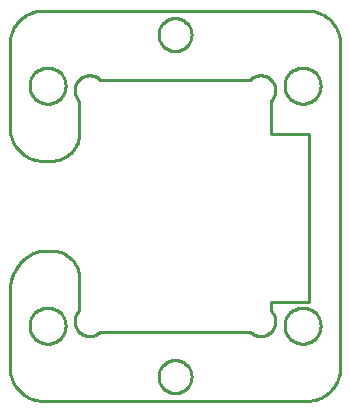
<source format=gko>
G04 EAGLE Gerber RS-274X export*
G75*
%MOMM*%
%FSLAX34Y34*%
%LPD*%
%IN*%
%IPPOS*%
%AMOC8*
5,1,8,0,0,1.08239X$1,22.5*%
G01*
%ADD10C,0.203200*%
%ADD11C,0.000000*%
%ADD12C,0.254000*%


D10*
X12700Y208280D02*
X12481Y208494D01*
X12256Y208702D01*
X12027Y208905D01*
X11793Y209102D01*
X11554Y209294D01*
X11311Y209479D01*
X11063Y209659D01*
X10811Y209833D01*
X10554Y210000D01*
X10294Y210161D01*
X10030Y210316D01*
X9762Y210464D01*
X9490Y210606D01*
X9215Y210741D01*
X8937Y210869D01*
X8656Y210990D01*
X8373Y211105D01*
X8086Y211213D01*
X7797Y211313D01*
X7505Y211407D01*
X7211Y211493D01*
X6916Y211572D01*
X6618Y211644D01*
X6319Y211709D01*
X6018Y211767D01*
X5716Y211817D01*
X5413Y211859D01*
X5109Y211895D01*
X4804Y211923D01*
X4499Y211943D01*
X4193Y211956D01*
X3887Y211962D01*
X3580Y211960D01*
X3274Y211951D01*
X2969Y211934D01*
X2663Y211910D01*
X2359Y211878D01*
X2055Y211839D01*
X1753Y211793D01*
X1451Y211739D01*
X1151Y211678D01*
X853Y211609D01*
X556Y211534D01*
X261Y211451D01*
X-31Y211361D01*
X-322Y211264D01*
X-610Y211160D01*
X-895Y211048D01*
X-1177Y210930D01*
X-1457Y210806D01*
X-1733Y210674D01*
X-2006Y210536D01*
X-2276Y210391D01*
X-2542Y210239D01*
X-2804Y210081D01*
X-3063Y209917D01*
X-3317Y209747D01*
X-3567Y209570D01*
X-3813Y209387D01*
X-4054Y209199D01*
X-4291Y209004D01*
X-4522Y208804D01*
X-4749Y208598D01*
X-4971Y208387D01*
X-5187Y208171D01*
X-5398Y207949D01*
X-5604Y207722D01*
X-5804Y207491D01*
X-5999Y207254D01*
X-6187Y207013D01*
X-6370Y206767D01*
X-6547Y206517D01*
X-6717Y206263D01*
X-6881Y206004D01*
X-7039Y205742D01*
X-7191Y205476D01*
X-7336Y205206D01*
X-7474Y204933D01*
X-7606Y204657D01*
X-7730Y204377D01*
X-7848Y204095D01*
X-7960Y203810D01*
X-8064Y203522D01*
X-8161Y203231D01*
X-8251Y202939D01*
X-8334Y202644D01*
X-8409Y202347D01*
X-8478Y202049D01*
X-8539Y201749D01*
X-8593Y201447D01*
X-8639Y201145D01*
X-8678Y200841D01*
X-8710Y200537D01*
X-8734Y200231D01*
X-8751Y199926D01*
X-8760Y199620D01*
X-8762Y199313D01*
X-8756Y199007D01*
X-8743Y198701D01*
X-8723Y198396D01*
X-8695Y198091D01*
X-8659Y197787D01*
X-8617Y197484D01*
X-8567Y197182D01*
X-8509Y196881D01*
X-8444Y196582D01*
X-8372Y196284D01*
X-8293Y195989D01*
X-8207Y195695D01*
X-8113Y195403D01*
X-8013Y195114D01*
X-7905Y194827D01*
X-7790Y194544D01*
X-7669Y194263D01*
X-7541Y193985D01*
X-7406Y193710D01*
X-7264Y193438D01*
X-7116Y193170D01*
X-6961Y192906D01*
X-6800Y192646D01*
X-6633Y192389D01*
X-6459Y192137D01*
X-6279Y191889D01*
X-6094Y191646D01*
X-5902Y191407D01*
X-5705Y191173D01*
X-5502Y190944D01*
X-5294Y190719D01*
X-5080Y190500D01*
X12700Y208280D02*
X139700Y208280D01*
X139921Y208495D01*
X140147Y208705D01*
X140378Y208910D01*
X140614Y209108D01*
X140855Y209301D01*
X141101Y209488D01*
X141351Y209669D01*
X141605Y209843D01*
X141864Y210011D01*
X142127Y210173D01*
X142393Y210329D01*
X142664Y210478D01*
X142937Y210620D01*
X143215Y210755D01*
X143495Y210883D01*
X143779Y211005D01*
X144065Y211120D01*
X144355Y211227D01*
X144646Y211327D01*
X144941Y211421D01*
X145237Y211507D01*
X145535Y211585D01*
X145835Y211657D01*
X146137Y211720D01*
X146441Y211777D01*
X146745Y211826D01*
X147051Y211867D01*
X147358Y211901D01*
X147665Y211928D01*
X147973Y211947D01*
X148281Y211958D01*
X148590Y211962D01*
X148899Y211958D01*
X149207Y211947D01*
X149515Y211928D01*
X149822Y211901D01*
X150129Y211867D01*
X150435Y211826D01*
X150739Y211777D01*
X151043Y211720D01*
X151345Y211657D01*
X151645Y211585D01*
X151943Y211507D01*
X152239Y211421D01*
X152534Y211327D01*
X152825Y211227D01*
X153115Y211120D01*
X153401Y211005D01*
X153685Y210883D01*
X153965Y210755D01*
X154243Y210620D01*
X154516Y210478D01*
X154787Y210329D01*
X155053Y210173D01*
X155316Y210011D01*
X155575Y209843D01*
X155829Y209669D01*
X156079Y209488D01*
X156325Y209301D01*
X156566Y209108D01*
X156802Y208910D01*
X157033Y208705D01*
X157259Y208495D01*
X157480Y208280D01*
X157695Y208059D01*
X157905Y207833D01*
X158110Y207602D01*
X158308Y207366D01*
X158501Y207125D01*
X158688Y206879D01*
X158869Y206629D01*
X159043Y206375D01*
X159211Y206116D01*
X159373Y205853D01*
X159529Y205587D01*
X159678Y205316D01*
X159820Y205043D01*
X159955Y204765D01*
X160083Y204485D01*
X160205Y204201D01*
X160320Y203915D01*
X160427Y203625D01*
X160527Y203334D01*
X160621Y203039D01*
X160707Y202743D01*
X160785Y202445D01*
X160857Y202145D01*
X160920Y201843D01*
X160977Y201539D01*
X161026Y201235D01*
X161067Y200929D01*
X161101Y200622D01*
X161128Y200315D01*
X161147Y200007D01*
X161158Y199699D01*
X161162Y199390D01*
X161158Y199081D01*
X161147Y198773D01*
X161128Y198465D01*
X161101Y198158D01*
X161067Y197851D01*
X161026Y197545D01*
X160977Y197241D01*
X160920Y196937D01*
X160857Y196635D01*
X160785Y196335D01*
X160707Y196037D01*
X160621Y195741D01*
X160527Y195446D01*
X160427Y195155D01*
X160320Y194865D01*
X160205Y194579D01*
X160083Y194295D01*
X159955Y194015D01*
X159820Y193737D01*
X159678Y193464D01*
X159529Y193193D01*
X159373Y192927D01*
X159211Y192664D01*
X159043Y192405D01*
X158869Y192151D01*
X158688Y191901D01*
X158501Y191655D01*
X158308Y191414D01*
X158110Y191178D01*
X157905Y190947D01*
X157695Y190721D01*
X157480Y190500D01*
X157480Y162560D01*
X189230Y162560D01*
X189230Y20320D01*
X157480Y20320D01*
X157480Y12700D01*
X157694Y12481D01*
X157902Y12256D01*
X158105Y12027D01*
X158302Y11793D01*
X158494Y11554D01*
X158679Y11311D01*
X158859Y11063D01*
X159033Y10811D01*
X159200Y10554D01*
X159361Y10294D01*
X159516Y10030D01*
X159664Y9762D01*
X159806Y9490D01*
X159941Y9215D01*
X160069Y8937D01*
X160190Y8656D01*
X160305Y8373D01*
X160413Y8086D01*
X160513Y7797D01*
X160607Y7505D01*
X160693Y7211D01*
X160772Y6916D01*
X160844Y6618D01*
X160909Y6319D01*
X160967Y6018D01*
X161017Y5716D01*
X161059Y5413D01*
X161095Y5109D01*
X161123Y4804D01*
X161143Y4499D01*
X161156Y4193D01*
X161162Y3887D01*
X161160Y3580D01*
X161151Y3274D01*
X161134Y2969D01*
X161110Y2663D01*
X161078Y2359D01*
X161039Y2055D01*
X160993Y1753D01*
X160939Y1451D01*
X160878Y1151D01*
X160809Y853D01*
X160734Y556D01*
X160651Y261D01*
X160561Y-31D01*
X160464Y-322D01*
X160360Y-610D01*
X160248Y-895D01*
X160130Y-1177D01*
X160006Y-1457D01*
X159874Y-1733D01*
X159736Y-2006D01*
X159591Y-2276D01*
X159439Y-2542D01*
X159281Y-2804D01*
X159117Y-3063D01*
X158947Y-3317D01*
X158770Y-3567D01*
X158587Y-3813D01*
X158399Y-4054D01*
X158204Y-4291D01*
X158004Y-4522D01*
X157798Y-4749D01*
X157587Y-4971D01*
X157371Y-5187D01*
X157149Y-5398D01*
X156922Y-5604D01*
X156691Y-5804D01*
X156454Y-5999D01*
X156213Y-6187D01*
X155967Y-6370D01*
X155717Y-6547D01*
X155463Y-6717D01*
X155204Y-6881D01*
X154942Y-7039D01*
X154676Y-7191D01*
X154406Y-7336D01*
X154133Y-7474D01*
X153857Y-7606D01*
X153577Y-7730D01*
X153295Y-7848D01*
X153010Y-7960D01*
X152722Y-8064D01*
X152431Y-8161D01*
X152139Y-8251D01*
X151844Y-8334D01*
X151547Y-8409D01*
X151249Y-8478D01*
X150949Y-8539D01*
X150647Y-8593D01*
X150345Y-8639D01*
X150041Y-8678D01*
X149737Y-8710D01*
X149431Y-8734D01*
X149126Y-8751D01*
X148820Y-8760D01*
X148513Y-8762D01*
X148207Y-8756D01*
X147901Y-8743D01*
X147596Y-8723D01*
X147291Y-8695D01*
X146987Y-8659D01*
X146684Y-8617D01*
X146382Y-8567D01*
X146081Y-8509D01*
X145782Y-8444D01*
X145484Y-8372D01*
X145189Y-8293D01*
X144895Y-8207D01*
X144603Y-8113D01*
X144314Y-8013D01*
X144027Y-7905D01*
X143744Y-7790D01*
X143463Y-7669D01*
X143185Y-7541D01*
X142910Y-7406D01*
X142638Y-7264D01*
X142370Y-7116D01*
X142106Y-6961D01*
X141846Y-6800D01*
X141589Y-6633D01*
X141337Y-6459D01*
X141089Y-6279D01*
X140846Y-6094D01*
X140607Y-5902D01*
X140373Y-5705D01*
X140144Y-5502D01*
X139919Y-5294D01*
X139700Y-5080D01*
X12700Y-5080D01*
X12481Y-5294D01*
X12256Y-5502D01*
X12027Y-5705D01*
X11793Y-5902D01*
X11554Y-6094D01*
X11311Y-6279D01*
X11063Y-6459D01*
X10811Y-6633D01*
X10554Y-6800D01*
X10294Y-6961D01*
X10030Y-7116D01*
X9762Y-7264D01*
X9490Y-7406D01*
X9215Y-7541D01*
X8937Y-7669D01*
X8656Y-7790D01*
X8373Y-7905D01*
X8086Y-8013D01*
X7797Y-8113D01*
X7505Y-8207D01*
X7211Y-8293D01*
X6916Y-8372D01*
X6618Y-8444D01*
X6319Y-8509D01*
X6018Y-8567D01*
X5716Y-8617D01*
X5413Y-8659D01*
X5109Y-8695D01*
X4804Y-8723D01*
X4499Y-8743D01*
X4193Y-8756D01*
X3887Y-8762D01*
X3580Y-8760D01*
X3274Y-8751D01*
X2969Y-8734D01*
X2663Y-8710D01*
X2359Y-8678D01*
X2055Y-8639D01*
X1753Y-8593D01*
X1451Y-8539D01*
X1151Y-8478D01*
X853Y-8409D01*
X556Y-8334D01*
X261Y-8251D01*
X-31Y-8161D01*
X-322Y-8064D01*
X-610Y-7960D01*
X-895Y-7848D01*
X-1177Y-7730D01*
X-1457Y-7606D01*
X-1733Y-7474D01*
X-2006Y-7336D01*
X-2276Y-7191D01*
X-2542Y-7039D01*
X-2804Y-6881D01*
X-3063Y-6717D01*
X-3317Y-6547D01*
X-3567Y-6370D01*
X-3813Y-6187D01*
X-4054Y-5999D01*
X-4291Y-5804D01*
X-4522Y-5604D01*
X-4749Y-5398D01*
X-4971Y-5187D01*
X-5187Y-4971D01*
X-5398Y-4749D01*
X-5604Y-4522D01*
X-5804Y-4291D01*
X-5999Y-4054D01*
X-6187Y-3813D01*
X-6370Y-3567D01*
X-6547Y-3317D01*
X-6717Y-3063D01*
X-6881Y-2804D01*
X-7039Y-2542D01*
X-7191Y-2276D01*
X-7336Y-2006D01*
X-7474Y-1733D01*
X-7606Y-1457D01*
X-7730Y-1177D01*
X-7848Y-895D01*
X-7960Y-610D01*
X-8064Y-322D01*
X-8161Y-31D01*
X-8251Y261D01*
X-8334Y556D01*
X-8409Y853D01*
X-8478Y1151D01*
X-8539Y1451D01*
X-8593Y1753D01*
X-8639Y2055D01*
X-8678Y2359D01*
X-8710Y2663D01*
X-8734Y2969D01*
X-8751Y3274D01*
X-8760Y3580D01*
X-8762Y3887D01*
X-8756Y4193D01*
X-8743Y4499D01*
X-8723Y4804D01*
X-8695Y5109D01*
X-8659Y5413D01*
X-8617Y5716D01*
X-8567Y6018D01*
X-8509Y6319D01*
X-8444Y6618D01*
X-8372Y6916D01*
X-8293Y7211D01*
X-8207Y7505D01*
X-8113Y7797D01*
X-8013Y8086D01*
X-7905Y8373D01*
X-7790Y8656D01*
X-7669Y8937D01*
X-7541Y9215D01*
X-7406Y9490D01*
X-7264Y9762D01*
X-7116Y10030D01*
X-6961Y10294D01*
X-6800Y10554D01*
X-6633Y10811D01*
X-6459Y11063D01*
X-6279Y11311D01*
X-6094Y11554D01*
X-5902Y11793D01*
X-5705Y12027D01*
X-5502Y12256D01*
X-5294Y12481D01*
X-5080Y12700D01*
X-5080Y38100D01*
X-5038Y38666D01*
X-5009Y39234D01*
X-4993Y39802D01*
X-4992Y40370D01*
X-5005Y40939D01*
X-5031Y41506D01*
X-5071Y42073D01*
X-5124Y42639D01*
X-5192Y43203D01*
X-5273Y43766D01*
X-5367Y44326D01*
X-5475Y44884D01*
X-5597Y45439D01*
X-5732Y45991D01*
X-5881Y46540D01*
X-6042Y47085D01*
X-6217Y47626D01*
X-6405Y48162D01*
X-6606Y48694D01*
X-6819Y49220D01*
X-7046Y49742D01*
X-7285Y50257D01*
X-7536Y50767D01*
X-7800Y51270D01*
X-8076Y51767D01*
X-8363Y52258D01*
X-8663Y52741D01*
X-8974Y53216D01*
X-9297Y53684D01*
X-9630Y54144D01*
X-9975Y54596D01*
X-10331Y55039D01*
X-10697Y55473D01*
X-11074Y55899D01*
X-11461Y56315D01*
X-11858Y56722D01*
X-12265Y57119D01*
X-12681Y57506D01*
X-13107Y57883D01*
X-13541Y58249D01*
X-13984Y58605D01*
X-14436Y58950D01*
X-14896Y59283D01*
X-15364Y59606D01*
X-15839Y59917D01*
X-16322Y60217D01*
X-16813Y60504D01*
X-17310Y60780D01*
X-17813Y61044D01*
X-18323Y61295D01*
X-18838Y61534D01*
X-19360Y61761D01*
X-19886Y61974D01*
X-20418Y62175D01*
X-20954Y62363D01*
X-21495Y62538D01*
X-22040Y62699D01*
X-22589Y62848D01*
X-23141Y62983D01*
X-23696Y63105D01*
X-24254Y63213D01*
X-24814Y63307D01*
X-25377Y63388D01*
X-25941Y63456D01*
X-26507Y63509D01*
X-27074Y63549D01*
X-27641Y63575D01*
X-28210Y63588D01*
X-28778Y63587D01*
X-29346Y63571D01*
X-29914Y63542D01*
X-30480Y63500D01*
X-38100Y63500D01*
X-38100Y63501D02*
X-38934Y63245D01*
X-39762Y62970D01*
X-40583Y62674D01*
X-41396Y62358D01*
X-42202Y62022D01*
X-42999Y61667D01*
X-43786Y61292D01*
X-44565Y60899D01*
X-45334Y60486D01*
X-46092Y60054D01*
X-46839Y59604D01*
X-47576Y59136D01*
X-48300Y58650D01*
X-49013Y58146D01*
X-49713Y57625D01*
X-50400Y57087D01*
X-51073Y56533D01*
X-51733Y55962D01*
X-52378Y55375D01*
X-53009Y54772D01*
X-53626Y54155D01*
X-54226Y53522D01*
X-54811Y52875D01*
X-55380Y52213D01*
X-55933Y51538D01*
X-56469Y50850D01*
X-56988Y50148D01*
X-57490Y49434D01*
X-57974Y48708D01*
X-58440Y47971D01*
X-58887Y47222D01*
X-59317Y46462D01*
X-59727Y45693D01*
X-60119Y44913D01*
X-60492Y44124D01*
X-60845Y43326D01*
X-61178Y42520D01*
X-61491Y41706D01*
X-61785Y40884D01*
X-62058Y40055D01*
X-62311Y39220D01*
X-62543Y38379D01*
X-62755Y37533D01*
X-62946Y36681D01*
X-63116Y35826D01*
X-63265Y34966D01*
X-63393Y34103D01*
X-63499Y33237D01*
X-63585Y32369D01*
X-63649Y31499D01*
X-63692Y30627D01*
X-63713Y29755D01*
X-63713Y28882D01*
X-63692Y28010D01*
X-63649Y27139D01*
X-63585Y26269D01*
X-63500Y25400D01*
X-63500Y-38100D01*
X-63501Y-38100D02*
X-63433Y-38781D01*
X-63348Y-39461D01*
X-63247Y-40137D01*
X-63129Y-40812D01*
X-62995Y-41483D01*
X-62844Y-42150D01*
X-62677Y-42814D01*
X-62494Y-43474D01*
X-62294Y-44128D01*
X-62079Y-44778D01*
X-61848Y-45422D01*
X-61601Y-46061D01*
X-61339Y-46693D01*
X-61061Y-47318D01*
X-60768Y-47937D01*
X-60460Y-48548D01*
X-60137Y-49152D01*
X-59799Y-49747D01*
X-59447Y-50334D01*
X-59080Y-50912D01*
X-58700Y-51481D01*
X-58306Y-52040D01*
X-57898Y-52590D01*
X-57477Y-53130D01*
X-57042Y-53659D01*
X-56595Y-54177D01*
X-56135Y-54684D01*
X-55663Y-55180D01*
X-55180Y-55663D01*
X-54684Y-56135D01*
X-54177Y-56595D01*
X-53659Y-57042D01*
X-53130Y-57477D01*
X-52590Y-57898D01*
X-52040Y-58306D01*
X-51481Y-58700D01*
X-50912Y-59080D01*
X-50334Y-59447D01*
X-49747Y-59799D01*
X-49152Y-60137D01*
X-48548Y-60460D01*
X-47937Y-60768D01*
X-47318Y-61061D01*
X-46693Y-61339D01*
X-46061Y-61601D01*
X-45422Y-61848D01*
X-44778Y-62079D01*
X-44128Y-62294D01*
X-43474Y-62494D01*
X-42814Y-62677D01*
X-42150Y-62844D01*
X-41483Y-62995D01*
X-40812Y-63129D01*
X-40137Y-63247D01*
X-39461Y-63348D01*
X-38781Y-63433D01*
X-38100Y-63501D01*
X-38100Y-63500D02*
X190500Y-63500D01*
X190500Y-63501D02*
X191181Y-63433D01*
X191861Y-63348D01*
X192537Y-63247D01*
X193212Y-63129D01*
X193883Y-62995D01*
X194550Y-62844D01*
X195214Y-62677D01*
X195874Y-62494D01*
X196528Y-62294D01*
X197178Y-62079D01*
X197822Y-61848D01*
X198461Y-61601D01*
X199093Y-61339D01*
X199718Y-61061D01*
X200337Y-60768D01*
X200948Y-60460D01*
X201552Y-60137D01*
X202147Y-59799D01*
X202734Y-59447D01*
X203312Y-59080D01*
X203881Y-58700D01*
X204440Y-58306D01*
X204990Y-57898D01*
X205530Y-57477D01*
X206059Y-57042D01*
X206577Y-56595D01*
X207084Y-56135D01*
X207580Y-55663D01*
X208063Y-55180D01*
X208535Y-54684D01*
X208995Y-54177D01*
X209442Y-53659D01*
X209877Y-53130D01*
X210298Y-52590D01*
X210706Y-52040D01*
X211100Y-51481D01*
X211480Y-50912D01*
X211847Y-50334D01*
X212199Y-49747D01*
X212537Y-49152D01*
X212860Y-48548D01*
X213168Y-47937D01*
X213461Y-47318D01*
X213739Y-46693D01*
X214001Y-46061D01*
X214248Y-45422D01*
X214479Y-44778D01*
X214694Y-44128D01*
X214894Y-43474D01*
X215077Y-42814D01*
X215244Y-42150D01*
X215395Y-41483D01*
X215529Y-40812D01*
X215647Y-40137D01*
X215748Y-39461D01*
X215833Y-38781D01*
X215901Y-38100D01*
X215900Y-38100D02*
X215900Y241300D01*
X215901Y241300D02*
X215833Y241981D01*
X215748Y242661D01*
X215647Y243337D01*
X215529Y244012D01*
X215395Y244683D01*
X215244Y245350D01*
X215077Y246014D01*
X214894Y246674D01*
X214694Y247328D01*
X214479Y247978D01*
X214248Y248622D01*
X214001Y249261D01*
X213739Y249893D01*
X213461Y250518D01*
X213168Y251137D01*
X212860Y251748D01*
X212537Y252352D01*
X212199Y252947D01*
X211847Y253534D01*
X211480Y254112D01*
X211100Y254681D01*
X210706Y255240D01*
X210298Y255790D01*
X209877Y256330D01*
X209442Y256859D01*
X208995Y257377D01*
X208535Y257884D01*
X208063Y258380D01*
X207580Y258863D01*
X207084Y259335D01*
X206577Y259795D01*
X206059Y260242D01*
X205530Y260677D01*
X204990Y261098D01*
X204440Y261506D01*
X203881Y261900D01*
X203312Y262280D01*
X202734Y262647D01*
X202147Y262999D01*
X201552Y263337D01*
X200948Y263660D01*
X200337Y263968D01*
X199718Y264261D01*
X199093Y264539D01*
X198461Y264801D01*
X197822Y265048D01*
X197178Y265279D01*
X196528Y265494D01*
X195874Y265694D01*
X195214Y265877D01*
X194550Y266044D01*
X193883Y266195D01*
X193212Y266329D01*
X192537Y266447D01*
X191861Y266548D01*
X191181Y266633D01*
X190500Y266701D01*
X190500Y266700D02*
X-38100Y266700D01*
X-38100Y266701D02*
X-38781Y266633D01*
X-39461Y266548D01*
X-40137Y266447D01*
X-40812Y266329D01*
X-41483Y266195D01*
X-42150Y266044D01*
X-42814Y265877D01*
X-43474Y265694D01*
X-44128Y265494D01*
X-44778Y265279D01*
X-45422Y265048D01*
X-46061Y264801D01*
X-46693Y264539D01*
X-47318Y264261D01*
X-47937Y263968D01*
X-48548Y263660D01*
X-49152Y263337D01*
X-49747Y262999D01*
X-50334Y262647D01*
X-50912Y262280D01*
X-51481Y261900D01*
X-52040Y261506D01*
X-52590Y261098D01*
X-53130Y260677D01*
X-53659Y260242D01*
X-54177Y259795D01*
X-54684Y259335D01*
X-55180Y258863D01*
X-55663Y258380D01*
X-56135Y257884D01*
X-56595Y257377D01*
X-57042Y256859D01*
X-57477Y256330D01*
X-57898Y255790D01*
X-58306Y255240D01*
X-58700Y254681D01*
X-59080Y254112D01*
X-59447Y253534D01*
X-59799Y252947D01*
X-60137Y252352D01*
X-60460Y251748D01*
X-60768Y251137D01*
X-61061Y250518D01*
X-61339Y249893D01*
X-61601Y249261D01*
X-61848Y248622D01*
X-62079Y247978D01*
X-62294Y247328D01*
X-62494Y246674D01*
X-62677Y246014D01*
X-62844Y245350D01*
X-62995Y244683D01*
X-63129Y244012D01*
X-63247Y243337D01*
X-63348Y242661D01*
X-63433Y241981D01*
X-63501Y241300D01*
X-63500Y241300D02*
X-63500Y165100D01*
X-63501Y165100D02*
X-63433Y164419D01*
X-63348Y163739D01*
X-63247Y163063D01*
X-63129Y162388D01*
X-62995Y161717D01*
X-62844Y161050D01*
X-62677Y160386D01*
X-62494Y159726D01*
X-62294Y159072D01*
X-62079Y158422D01*
X-61848Y157778D01*
X-61601Y157139D01*
X-61339Y156507D01*
X-61061Y155882D01*
X-60768Y155263D01*
X-60460Y154652D01*
X-60137Y154048D01*
X-59799Y153453D01*
X-59447Y152866D01*
X-59080Y152288D01*
X-58700Y151719D01*
X-58306Y151160D01*
X-57898Y150610D01*
X-57477Y150070D01*
X-57042Y149541D01*
X-56595Y149023D01*
X-56135Y148516D01*
X-55663Y148020D01*
X-55180Y147537D01*
X-54684Y147065D01*
X-54177Y146605D01*
X-53659Y146158D01*
X-53130Y145723D01*
X-52590Y145302D01*
X-52040Y144894D01*
X-51481Y144500D01*
X-50912Y144120D01*
X-50334Y143753D01*
X-49747Y143401D01*
X-49152Y143063D01*
X-48548Y142740D01*
X-47937Y142432D01*
X-47318Y142139D01*
X-46693Y141861D01*
X-46061Y141599D01*
X-45422Y141352D01*
X-44778Y141121D01*
X-44128Y140906D01*
X-43474Y140706D01*
X-42814Y140523D01*
X-42150Y140356D01*
X-41483Y140205D01*
X-40812Y140071D01*
X-40137Y139953D01*
X-39461Y139852D01*
X-38781Y139767D01*
X-38100Y139699D01*
X-38100Y139700D02*
X-30480Y139700D01*
X-29914Y139658D01*
X-29346Y139629D01*
X-28778Y139613D01*
X-28210Y139612D01*
X-27641Y139625D01*
X-27074Y139651D01*
X-26507Y139691D01*
X-25941Y139744D01*
X-25377Y139812D01*
X-24814Y139893D01*
X-24254Y139987D01*
X-23696Y140095D01*
X-23141Y140217D01*
X-22589Y140352D01*
X-22040Y140501D01*
X-21495Y140662D01*
X-20954Y140837D01*
X-20418Y141025D01*
X-19886Y141226D01*
X-19360Y141439D01*
X-18838Y141666D01*
X-18323Y141905D01*
X-17813Y142156D01*
X-17310Y142420D01*
X-16813Y142696D01*
X-16322Y142983D01*
X-15839Y143283D01*
X-15364Y143594D01*
X-14896Y143917D01*
X-14436Y144250D01*
X-13984Y144595D01*
X-13541Y144951D01*
X-13107Y145317D01*
X-12681Y145694D01*
X-12265Y146081D01*
X-11858Y146478D01*
X-11461Y146885D01*
X-11074Y147301D01*
X-10697Y147727D01*
X-10331Y148161D01*
X-9975Y148604D01*
X-9630Y149056D01*
X-9297Y149516D01*
X-8974Y149984D01*
X-8663Y150459D01*
X-8363Y150942D01*
X-8076Y151433D01*
X-7800Y151930D01*
X-7536Y152433D01*
X-7285Y152943D01*
X-7046Y153458D01*
X-6819Y153980D01*
X-6606Y154506D01*
X-6405Y155038D01*
X-6217Y155574D01*
X-6042Y156115D01*
X-5881Y156660D01*
X-5732Y157209D01*
X-5597Y157761D01*
X-5475Y158316D01*
X-5367Y158874D01*
X-5273Y159434D01*
X-5192Y159997D01*
X-5124Y160561D01*
X-5071Y161127D01*
X-5031Y161694D01*
X-5005Y162261D01*
X-4992Y162830D01*
X-4993Y163398D01*
X-5009Y163966D01*
X-5038Y164534D01*
X-5080Y165100D01*
X-5080Y190500D01*
D11*
X-46990Y0D02*
X-46985Y374D01*
X-46972Y748D01*
X-46949Y1121D01*
X-46917Y1494D01*
X-46875Y1866D01*
X-46825Y2236D01*
X-46766Y2605D01*
X-46697Y2973D01*
X-46620Y3339D01*
X-46533Y3703D01*
X-46438Y4065D01*
X-46334Y4424D01*
X-46221Y4781D01*
X-46099Y5134D01*
X-45969Y5485D01*
X-45830Y5832D01*
X-45683Y6176D01*
X-45527Y6516D01*
X-45363Y6852D01*
X-45190Y7184D01*
X-45010Y7512D01*
X-44822Y7835D01*
X-44626Y8153D01*
X-44422Y8467D01*
X-44210Y8775D01*
X-43991Y9078D01*
X-43764Y9376D01*
X-43531Y9668D01*
X-43290Y9954D01*
X-43042Y10235D01*
X-42788Y10509D01*
X-42526Y10776D01*
X-42259Y11038D01*
X-41985Y11292D01*
X-41704Y11540D01*
X-41418Y11781D01*
X-41126Y12014D01*
X-40828Y12241D01*
X-40525Y12460D01*
X-40217Y12672D01*
X-39903Y12876D01*
X-39585Y13072D01*
X-39262Y13260D01*
X-38934Y13440D01*
X-38602Y13613D01*
X-38266Y13777D01*
X-37926Y13933D01*
X-37582Y14080D01*
X-37235Y14219D01*
X-36884Y14349D01*
X-36531Y14471D01*
X-36174Y14584D01*
X-35815Y14688D01*
X-35453Y14783D01*
X-35089Y14870D01*
X-34723Y14947D01*
X-34355Y15016D01*
X-33986Y15075D01*
X-33616Y15125D01*
X-33244Y15167D01*
X-32871Y15199D01*
X-32498Y15222D01*
X-32124Y15235D01*
X-31750Y15240D01*
X-31376Y15235D01*
X-31002Y15222D01*
X-30629Y15199D01*
X-30256Y15167D01*
X-29884Y15125D01*
X-29514Y15075D01*
X-29145Y15016D01*
X-28777Y14947D01*
X-28411Y14870D01*
X-28047Y14783D01*
X-27685Y14688D01*
X-27326Y14584D01*
X-26969Y14471D01*
X-26616Y14349D01*
X-26265Y14219D01*
X-25918Y14080D01*
X-25574Y13933D01*
X-25234Y13777D01*
X-24898Y13613D01*
X-24566Y13440D01*
X-24238Y13260D01*
X-23915Y13072D01*
X-23597Y12876D01*
X-23283Y12672D01*
X-22975Y12460D01*
X-22672Y12241D01*
X-22374Y12014D01*
X-22082Y11781D01*
X-21796Y11540D01*
X-21515Y11292D01*
X-21241Y11038D01*
X-20974Y10776D01*
X-20712Y10509D01*
X-20458Y10235D01*
X-20210Y9954D01*
X-19969Y9668D01*
X-19736Y9376D01*
X-19509Y9078D01*
X-19290Y8775D01*
X-19078Y8467D01*
X-18874Y8153D01*
X-18678Y7835D01*
X-18490Y7512D01*
X-18310Y7184D01*
X-18137Y6852D01*
X-17973Y6516D01*
X-17817Y6176D01*
X-17670Y5832D01*
X-17531Y5485D01*
X-17401Y5134D01*
X-17279Y4781D01*
X-17166Y4424D01*
X-17062Y4065D01*
X-16967Y3703D01*
X-16880Y3339D01*
X-16803Y2973D01*
X-16734Y2605D01*
X-16675Y2236D01*
X-16625Y1866D01*
X-16583Y1494D01*
X-16551Y1121D01*
X-16528Y748D01*
X-16515Y374D01*
X-16510Y0D01*
X-16515Y-374D01*
X-16528Y-748D01*
X-16551Y-1121D01*
X-16583Y-1494D01*
X-16625Y-1866D01*
X-16675Y-2236D01*
X-16734Y-2605D01*
X-16803Y-2973D01*
X-16880Y-3339D01*
X-16967Y-3703D01*
X-17062Y-4065D01*
X-17166Y-4424D01*
X-17279Y-4781D01*
X-17401Y-5134D01*
X-17531Y-5485D01*
X-17670Y-5832D01*
X-17817Y-6176D01*
X-17973Y-6516D01*
X-18137Y-6852D01*
X-18310Y-7184D01*
X-18490Y-7512D01*
X-18678Y-7835D01*
X-18874Y-8153D01*
X-19078Y-8467D01*
X-19290Y-8775D01*
X-19509Y-9078D01*
X-19736Y-9376D01*
X-19969Y-9668D01*
X-20210Y-9954D01*
X-20458Y-10235D01*
X-20712Y-10509D01*
X-20974Y-10776D01*
X-21241Y-11038D01*
X-21515Y-11292D01*
X-21796Y-11540D01*
X-22082Y-11781D01*
X-22374Y-12014D01*
X-22672Y-12241D01*
X-22975Y-12460D01*
X-23283Y-12672D01*
X-23597Y-12876D01*
X-23915Y-13072D01*
X-24238Y-13260D01*
X-24566Y-13440D01*
X-24898Y-13613D01*
X-25234Y-13777D01*
X-25574Y-13933D01*
X-25918Y-14080D01*
X-26265Y-14219D01*
X-26616Y-14349D01*
X-26969Y-14471D01*
X-27326Y-14584D01*
X-27685Y-14688D01*
X-28047Y-14783D01*
X-28411Y-14870D01*
X-28777Y-14947D01*
X-29145Y-15016D01*
X-29514Y-15075D01*
X-29884Y-15125D01*
X-30256Y-15167D01*
X-30629Y-15199D01*
X-31002Y-15222D01*
X-31376Y-15235D01*
X-31750Y-15240D01*
X-32124Y-15235D01*
X-32498Y-15222D01*
X-32871Y-15199D01*
X-33244Y-15167D01*
X-33616Y-15125D01*
X-33986Y-15075D01*
X-34355Y-15016D01*
X-34723Y-14947D01*
X-35089Y-14870D01*
X-35453Y-14783D01*
X-35815Y-14688D01*
X-36174Y-14584D01*
X-36531Y-14471D01*
X-36884Y-14349D01*
X-37235Y-14219D01*
X-37582Y-14080D01*
X-37926Y-13933D01*
X-38266Y-13777D01*
X-38602Y-13613D01*
X-38934Y-13440D01*
X-39262Y-13260D01*
X-39585Y-13072D01*
X-39903Y-12876D01*
X-40217Y-12672D01*
X-40525Y-12460D01*
X-40828Y-12241D01*
X-41126Y-12014D01*
X-41418Y-11781D01*
X-41704Y-11540D01*
X-41985Y-11292D01*
X-42259Y-11038D01*
X-42526Y-10776D01*
X-42788Y-10509D01*
X-43042Y-10235D01*
X-43290Y-9954D01*
X-43531Y-9668D01*
X-43764Y-9376D01*
X-43991Y-9078D01*
X-44210Y-8775D01*
X-44422Y-8467D01*
X-44626Y-8153D01*
X-44822Y-7835D01*
X-45010Y-7512D01*
X-45190Y-7184D01*
X-45363Y-6852D01*
X-45527Y-6516D01*
X-45683Y-6176D01*
X-45830Y-5832D01*
X-45969Y-5485D01*
X-46099Y-5134D01*
X-46221Y-4781D01*
X-46334Y-4424D01*
X-46438Y-4065D01*
X-46533Y-3703D01*
X-46620Y-3339D01*
X-46697Y-2973D01*
X-46766Y-2605D01*
X-46825Y-2236D01*
X-46875Y-1866D01*
X-46917Y-1494D01*
X-46949Y-1121D01*
X-46972Y-748D01*
X-46985Y-374D01*
X-46990Y0D01*
X-46990Y203200D02*
X-46985Y203574D01*
X-46972Y203948D01*
X-46949Y204321D01*
X-46917Y204694D01*
X-46875Y205066D01*
X-46825Y205436D01*
X-46766Y205805D01*
X-46697Y206173D01*
X-46620Y206539D01*
X-46533Y206903D01*
X-46438Y207265D01*
X-46334Y207624D01*
X-46221Y207981D01*
X-46099Y208334D01*
X-45969Y208685D01*
X-45830Y209032D01*
X-45683Y209376D01*
X-45527Y209716D01*
X-45363Y210052D01*
X-45190Y210384D01*
X-45010Y210712D01*
X-44822Y211035D01*
X-44626Y211353D01*
X-44422Y211667D01*
X-44210Y211975D01*
X-43991Y212278D01*
X-43764Y212576D01*
X-43531Y212868D01*
X-43290Y213154D01*
X-43042Y213435D01*
X-42788Y213709D01*
X-42526Y213976D01*
X-42259Y214238D01*
X-41985Y214492D01*
X-41704Y214740D01*
X-41418Y214981D01*
X-41126Y215214D01*
X-40828Y215441D01*
X-40525Y215660D01*
X-40217Y215872D01*
X-39903Y216076D01*
X-39585Y216272D01*
X-39262Y216460D01*
X-38934Y216640D01*
X-38602Y216813D01*
X-38266Y216977D01*
X-37926Y217133D01*
X-37582Y217280D01*
X-37235Y217419D01*
X-36884Y217549D01*
X-36531Y217671D01*
X-36174Y217784D01*
X-35815Y217888D01*
X-35453Y217983D01*
X-35089Y218070D01*
X-34723Y218147D01*
X-34355Y218216D01*
X-33986Y218275D01*
X-33616Y218325D01*
X-33244Y218367D01*
X-32871Y218399D01*
X-32498Y218422D01*
X-32124Y218435D01*
X-31750Y218440D01*
X-31376Y218435D01*
X-31002Y218422D01*
X-30629Y218399D01*
X-30256Y218367D01*
X-29884Y218325D01*
X-29514Y218275D01*
X-29145Y218216D01*
X-28777Y218147D01*
X-28411Y218070D01*
X-28047Y217983D01*
X-27685Y217888D01*
X-27326Y217784D01*
X-26969Y217671D01*
X-26616Y217549D01*
X-26265Y217419D01*
X-25918Y217280D01*
X-25574Y217133D01*
X-25234Y216977D01*
X-24898Y216813D01*
X-24566Y216640D01*
X-24238Y216460D01*
X-23915Y216272D01*
X-23597Y216076D01*
X-23283Y215872D01*
X-22975Y215660D01*
X-22672Y215441D01*
X-22374Y215214D01*
X-22082Y214981D01*
X-21796Y214740D01*
X-21515Y214492D01*
X-21241Y214238D01*
X-20974Y213976D01*
X-20712Y213709D01*
X-20458Y213435D01*
X-20210Y213154D01*
X-19969Y212868D01*
X-19736Y212576D01*
X-19509Y212278D01*
X-19290Y211975D01*
X-19078Y211667D01*
X-18874Y211353D01*
X-18678Y211035D01*
X-18490Y210712D01*
X-18310Y210384D01*
X-18137Y210052D01*
X-17973Y209716D01*
X-17817Y209376D01*
X-17670Y209032D01*
X-17531Y208685D01*
X-17401Y208334D01*
X-17279Y207981D01*
X-17166Y207624D01*
X-17062Y207265D01*
X-16967Y206903D01*
X-16880Y206539D01*
X-16803Y206173D01*
X-16734Y205805D01*
X-16675Y205436D01*
X-16625Y205066D01*
X-16583Y204694D01*
X-16551Y204321D01*
X-16528Y203948D01*
X-16515Y203574D01*
X-16510Y203200D01*
X-16515Y202826D01*
X-16528Y202452D01*
X-16551Y202079D01*
X-16583Y201706D01*
X-16625Y201334D01*
X-16675Y200964D01*
X-16734Y200595D01*
X-16803Y200227D01*
X-16880Y199861D01*
X-16967Y199497D01*
X-17062Y199135D01*
X-17166Y198776D01*
X-17279Y198419D01*
X-17401Y198066D01*
X-17531Y197715D01*
X-17670Y197368D01*
X-17817Y197024D01*
X-17973Y196684D01*
X-18137Y196348D01*
X-18310Y196016D01*
X-18490Y195688D01*
X-18678Y195365D01*
X-18874Y195047D01*
X-19078Y194733D01*
X-19290Y194425D01*
X-19509Y194122D01*
X-19736Y193824D01*
X-19969Y193532D01*
X-20210Y193246D01*
X-20458Y192965D01*
X-20712Y192691D01*
X-20974Y192424D01*
X-21241Y192162D01*
X-21515Y191908D01*
X-21796Y191660D01*
X-22082Y191419D01*
X-22374Y191186D01*
X-22672Y190959D01*
X-22975Y190740D01*
X-23283Y190528D01*
X-23597Y190324D01*
X-23915Y190128D01*
X-24238Y189940D01*
X-24566Y189760D01*
X-24898Y189587D01*
X-25234Y189423D01*
X-25574Y189267D01*
X-25918Y189120D01*
X-26265Y188981D01*
X-26616Y188851D01*
X-26969Y188729D01*
X-27326Y188616D01*
X-27685Y188512D01*
X-28047Y188417D01*
X-28411Y188330D01*
X-28777Y188253D01*
X-29145Y188184D01*
X-29514Y188125D01*
X-29884Y188075D01*
X-30256Y188033D01*
X-30629Y188001D01*
X-31002Y187978D01*
X-31376Y187965D01*
X-31750Y187960D01*
X-32124Y187965D01*
X-32498Y187978D01*
X-32871Y188001D01*
X-33244Y188033D01*
X-33616Y188075D01*
X-33986Y188125D01*
X-34355Y188184D01*
X-34723Y188253D01*
X-35089Y188330D01*
X-35453Y188417D01*
X-35815Y188512D01*
X-36174Y188616D01*
X-36531Y188729D01*
X-36884Y188851D01*
X-37235Y188981D01*
X-37582Y189120D01*
X-37926Y189267D01*
X-38266Y189423D01*
X-38602Y189587D01*
X-38934Y189760D01*
X-39262Y189940D01*
X-39585Y190128D01*
X-39903Y190324D01*
X-40217Y190528D01*
X-40525Y190740D01*
X-40828Y190959D01*
X-41126Y191186D01*
X-41418Y191419D01*
X-41704Y191660D01*
X-41985Y191908D01*
X-42259Y192162D01*
X-42526Y192424D01*
X-42788Y192691D01*
X-43042Y192965D01*
X-43290Y193246D01*
X-43531Y193532D01*
X-43764Y193824D01*
X-43991Y194122D01*
X-44210Y194425D01*
X-44422Y194733D01*
X-44626Y195047D01*
X-44822Y195365D01*
X-45010Y195688D01*
X-45190Y196016D01*
X-45363Y196348D01*
X-45527Y196684D01*
X-45683Y197024D01*
X-45830Y197368D01*
X-45969Y197715D01*
X-46099Y198066D01*
X-46221Y198419D01*
X-46334Y198776D01*
X-46438Y199135D01*
X-46533Y199497D01*
X-46620Y199861D01*
X-46697Y200227D01*
X-46766Y200595D01*
X-46825Y200964D01*
X-46875Y201334D01*
X-46917Y201706D01*
X-46949Y202079D01*
X-46972Y202452D01*
X-46985Y202826D01*
X-46990Y203200D01*
X168910Y0D02*
X168915Y374D01*
X168928Y748D01*
X168951Y1121D01*
X168983Y1494D01*
X169025Y1866D01*
X169075Y2236D01*
X169134Y2605D01*
X169203Y2973D01*
X169280Y3339D01*
X169367Y3703D01*
X169462Y4065D01*
X169566Y4424D01*
X169679Y4781D01*
X169801Y5134D01*
X169931Y5485D01*
X170070Y5832D01*
X170217Y6176D01*
X170373Y6516D01*
X170537Y6852D01*
X170710Y7184D01*
X170890Y7512D01*
X171078Y7835D01*
X171274Y8153D01*
X171478Y8467D01*
X171690Y8775D01*
X171909Y9078D01*
X172136Y9376D01*
X172369Y9668D01*
X172610Y9954D01*
X172858Y10235D01*
X173112Y10509D01*
X173374Y10776D01*
X173641Y11038D01*
X173915Y11292D01*
X174196Y11540D01*
X174482Y11781D01*
X174774Y12014D01*
X175072Y12241D01*
X175375Y12460D01*
X175683Y12672D01*
X175997Y12876D01*
X176315Y13072D01*
X176638Y13260D01*
X176966Y13440D01*
X177298Y13613D01*
X177634Y13777D01*
X177974Y13933D01*
X178318Y14080D01*
X178665Y14219D01*
X179016Y14349D01*
X179369Y14471D01*
X179726Y14584D01*
X180085Y14688D01*
X180447Y14783D01*
X180811Y14870D01*
X181177Y14947D01*
X181545Y15016D01*
X181914Y15075D01*
X182284Y15125D01*
X182656Y15167D01*
X183029Y15199D01*
X183402Y15222D01*
X183776Y15235D01*
X184150Y15240D01*
X184524Y15235D01*
X184898Y15222D01*
X185271Y15199D01*
X185644Y15167D01*
X186016Y15125D01*
X186386Y15075D01*
X186755Y15016D01*
X187123Y14947D01*
X187489Y14870D01*
X187853Y14783D01*
X188215Y14688D01*
X188574Y14584D01*
X188931Y14471D01*
X189284Y14349D01*
X189635Y14219D01*
X189982Y14080D01*
X190326Y13933D01*
X190666Y13777D01*
X191002Y13613D01*
X191334Y13440D01*
X191662Y13260D01*
X191985Y13072D01*
X192303Y12876D01*
X192617Y12672D01*
X192925Y12460D01*
X193228Y12241D01*
X193526Y12014D01*
X193818Y11781D01*
X194104Y11540D01*
X194385Y11292D01*
X194659Y11038D01*
X194926Y10776D01*
X195188Y10509D01*
X195442Y10235D01*
X195690Y9954D01*
X195931Y9668D01*
X196164Y9376D01*
X196391Y9078D01*
X196610Y8775D01*
X196822Y8467D01*
X197026Y8153D01*
X197222Y7835D01*
X197410Y7512D01*
X197590Y7184D01*
X197763Y6852D01*
X197927Y6516D01*
X198083Y6176D01*
X198230Y5832D01*
X198369Y5485D01*
X198499Y5134D01*
X198621Y4781D01*
X198734Y4424D01*
X198838Y4065D01*
X198933Y3703D01*
X199020Y3339D01*
X199097Y2973D01*
X199166Y2605D01*
X199225Y2236D01*
X199275Y1866D01*
X199317Y1494D01*
X199349Y1121D01*
X199372Y748D01*
X199385Y374D01*
X199390Y0D01*
X199385Y-374D01*
X199372Y-748D01*
X199349Y-1121D01*
X199317Y-1494D01*
X199275Y-1866D01*
X199225Y-2236D01*
X199166Y-2605D01*
X199097Y-2973D01*
X199020Y-3339D01*
X198933Y-3703D01*
X198838Y-4065D01*
X198734Y-4424D01*
X198621Y-4781D01*
X198499Y-5134D01*
X198369Y-5485D01*
X198230Y-5832D01*
X198083Y-6176D01*
X197927Y-6516D01*
X197763Y-6852D01*
X197590Y-7184D01*
X197410Y-7512D01*
X197222Y-7835D01*
X197026Y-8153D01*
X196822Y-8467D01*
X196610Y-8775D01*
X196391Y-9078D01*
X196164Y-9376D01*
X195931Y-9668D01*
X195690Y-9954D01*
X195442Y-10235D01*
X195188Y-10509D01*
X194926Y-10776D01*
X194659Y-11038D01*
X194385Y-11292D01*
X194104Y-11540D01*
X193818Y-11781D01*
X193526Y-12014D01*
X193228Y-12241D01*
X192925Y-12460D01*
X192617Y-12672D01*
X192303Y-12876D01*
X191985Y-13072D01*
X191662Y-13260D01*
X191334Y-13440D01*
X191002Y-13613D01*
X190666Y-13777D01*
X190326Y-13933D01*
X189982Y-14080D01*
X189635Y-14219D01*
X189284Y-14349D01*
X188931Y-14471D01*
X188574Y-14584D01*
X188215Y-14688D01*
X187853Y-14783D01*
X187489Y-14870D01*
X187123Y-14947D01*
X186755Y-15016D01*
X186386Y-15075D01*
X186016Y-15125D01*
X185644Y-15167D01*
X185271Y-15199D01*
X184898Y-15222D01*
X184524Y-15235D01*
X184150Y-15240D01*
X183776Y-15235D01*
X183402Y-15222D01*
X183029Y-15199D01*
X182656Y-15167D01*
X182284Y-15125D01*
X181914Y-15075D01*
X181545Y-15016D01*
X181177Y-14947D01*
X180811Y-14870D01*
X180447Y-14783D01*
X180085Y-14688D01*
X179726Y-14584D01*
X179369Y-14471D01*
X179016Y-14349D01*
X178665Y-14219D01*
X178318Y-14080D01*
X177974Y-13933D01*
X177634Y-13777D01*
X177298Y-13613D01*
X176966Y-13440D01*
X176638Y-13260D01*
X176315Y-13072D01*
X175997Y-12876D01*
X175683Y-12672D01*
X175375Y-12460D01*
X175072Y-12241D01*
X174774Y-12014D01*
X174482Y-11781D01*
X174196Y-11540D01*
X173915Y-11292D01*
X173641Y-11038D01*
X173374Y-10776D01*
X173112Y-10509D01*
X172858Y-10235D01*
X172610Y-9954D01*
X172369Y-9668D01*
X172136Y-9376D01*
X171909Y-9078D01*
X171690Y-8775D01*
X171478Y-8467D01*
X171274Y-8153D01*
X171078Y-7835D01*
X170890Y-7512D01*
X170710Y-7184D01*
X170537Y-6852D01*
X170373Y-6516D01*
X170217Y-6176D01*
X170070Y-5832D01*
X169931Y-5485D01*
X169801Y-5134D01*
X169679Y-4781D01*
X169566Y-4424D01*
X169462Y-4065D01*
X169367Y-3703D01*
X169280Y-3339D01*
X169203Y-2973D01*
X169134Y-2605D01*
X169075Y-2236D01*
X169025Y-1866D01*
X168983Y-1494D01*
X168951Y-1121D01*
X168928Y-748D01*
X168915Y-374D01*
X168910Y0D01*
X168910Y203200D02*
X168915Y203574D01*
X168928Y203948D01*
X168951Y204321D01*
X168983Y204694D01*
X169025Y205066D01*
X169075Y205436D01*
X169134Y205805D01*
X169203Y206173D01*
X169280Y206539D01*
X169367Y206903D01*
X169462Y207265D01*
X169566Y207624D01*
X169679Y207981D01*
X169801Y208334D01*
X169931Y208685D01*
X170070Y209032D01*
X170217Y209376D01*
X170373Y209716D01*
X170537Y210052D01*
X170710Y210384D01*
X170890Y210712D01*
X171078Y211035D01*
X171274Y211353D01*
X171478Y211667D01*
X171690Y211975D01*
X171909Y212278D01*
X172136Y212576D01*
X172369Y212868D01*
X172610Y213154D01*
X172858Y213435D01*
X173112Y213709D01*
X173374Y213976D01*
X173641Y214238D01*
X173915Y214492D01*
X174196Y214740D01*
X174482Y214981D01*
X174774Y215214D01*
X175072Y215441D01*
X175375Y215660D01*
X175683Y215872D01*
X175997Y216076D01*
X176315Y216272D01*
X176638Y216460D01*
X176966Y216640D01*
X177298Y216813D01*
X177634Y216977D01*
X177974Y217133D01*
X178318Y217280D01*
X178665Y217419D01*
X179016Y217549D01*
X179369Y217671D01*
X179726Y217784D01*
X180085Y217888D01*
X180447Y217983D01*
X180811Y218070D01*
X181177Y218147D01*
X181545Y218216D01*
X181914Y218275D01*
X182284Y218325D01*
X182656Y218367D01*
X183029Y218399D01*
X183402Y218422D01*
X183776Y218435D01*
X184150Y218440D01*
X184524Y218435D01*
X184898Y218422D01*
X185271Y218399D01*
X185644Y218367D01*
X186016Y218325D01*
X186386Y218275D01*
X186755Y218216D01*
X187123Y218147D01*
X187489Y218070D01*
X187853Y217983D01*
X188215Y217888D01*
X188574Y217784D01*
X188931Y217671D01*
X189284Y217549D01*
X189635Y217419D01*
X189982Y217280D01*
X190326Y217133D01*
X190666Y216977D01*
X191002Y216813D01*
X191334Y216640D01*
X191662Y216460D01*
X191985Y216272D01*
X192303Y216076D01*
X192617Y215872D01*
X192925Y215660D01*
X193228Y215441D01*
X193526Y215214D01*
X193818Y214981D01*
X194104Y214740D01*
X194385Y214492D01*
X194659Y214238D01*
X194926Y213976D01*
X195188Y213709D01*
X195442Y213435D01*
X195690Y213154D01*
X195931Y212868D01*
X196164Y212576D01*
X196391Y212278D01*
X196610Y211975D01*
X196822Y211667D01*
X197026Y211353D01*
X197222Y211035D01*
X197410Y210712D01*
X197590Y210384D01*
X197763Y210052D01*
X197927Y209716D01*
X198083Y209376D01*
X198230Y209032D01*
X198369Y208685D01*
X198499Y208334D01*
X198621Y207981D01*
X198734Y207624D01*
X198838Y207265D01*
X198933Y206903D01*
X199020Y206539D01*
X199097Y206173D01*
X199166Y205805D01*
X199225Y205436D01*
X199275Y205066D01*
X199317Y204694D01*
X199349Y204321D01*
X199372Y203948D01*
X199385Y203574D01*
X199390Y203200D01*
X199385Y202826D01*
X199372Y202452D01*
X199349Y202079D01*
X199317Y201706D01*
X199275Y201334D01*
X199225Y200964D01*
X199166Y200595D01*
X199097Y200227D01*
X199020Y199861D01*
X198933Y199497D01*
X198838Y199135D01*
X198734Y198776D01*
X198621Y198419D01*
X198499Y198066D01*
X198369Y197715D01*
X198230Y197368D01*
X198083Y197024D01*
X197927Y196684D01*
X197763Y196348D01*
X197590Y196016D01*
X197410Y195688D01*
X197222Y195365D01*
X197026Y195047D01*
X196822Y194733D01*
X196610Y194425D01*
X196391Y194122D01*
X196164Y193824D01*
X195931Y193532D01*
X195690Y193246D01*
X195442Y192965D01*
X195188Y192691D01*
X194926Y192424D01*
X194659Y192162D01*
X194385Y191908D01*
X194104Y191660D01*
X193818Y191419D01*
X193526Y191186D01*
X193228Y190959D01*
X192925Y190740D01*
X192617Y190528D01*
X192303Y190324D01*
X191985Y190128D01*
X191662Y189940D01*
X191334Y189760D01*
X191002Y189587D01*
X190666Y189423D01*
X190326Y189267D01*
X189982Y189120D01*
X189635Y188981D01*
X189284Y188851D01*
X188931Y188729D01*
X188574Y188616D01*
X188215Y188512D01*
X187853Y188417D01*
X187489Y188330D01*
X187123Y188253D01*
X186755Y188184D01*
X186386Y188125D01*
X186016Y188075D01*
X185644Y188033D01*
X185271Y188001D01*
X184898Y187978D01*
X184524Y187965D01*
X184150Y187960D01*
X183776Y187965D01*
X183402Y187978D01*
X183029Y188001D01*
X182656Y188033D01*
X182284Y188075D01*
X181914Y188125D01*
X181545Y188184D01*
X181177Y188253D01*
X180811Y188330D01*
X180447Y188417D01*
X180085Y188512D01*
X179726Y188616D01*
X179369Y188729D01*
X179016Y188851D01*
X178665Y188981D01*
X178318Y189120D01*
X177974Y189267D01*
X177634Y189423D01*
X177298Y189587D01*
X176966Y189760D01*
X176638Y189940D01*
X176315Y190128D01*
X175997Y190324D01*
X175683Y190528D01*
X175375Y190740D01*
X175072Y190959D01*
X174774Y191186D01*
X174482Y191419D01*
X174196Y191660D01*
X173915Y191908D01*
X173641Y192162D01*
X173374Y192424D01*
X173112Y192691D01*
X172858Y192965D01*
X172610Y193246D01*
X172369Y193532D01*
X172136Y193824D01*
X171909Y194122D01*
X171690Y194425D01*
X171478Y194733D01*
X171274Y195047D01*
X171078Y195365D01*
X170890Y195688D01*
X170710Y196016D01*
X170537Y196348D01*
X170373Y196684D01*
X170217Y197024D01*
X170070Y197368D01*
X169931Y197715D01*
X169801Y198066D01*
X169679Y198419D01*
X169566Y198776D01*
X169462Y199135D01*
X169367Y199497D01*
X169280Y199861D01*
X169203Y200227D01*
X169134Y200595D01*
X169075Y200964D01*
X169025Y201334D01*
X168983Y201706D01*
X168951Y202079D01*
X168928Y202452D01*
X168915Y202826D01*
X168910Y203200D01*
X62230Y-43180D02*
X62234Y-42837D01*
X62247Y-42495D01*
X62268Y-42152D01*
X62297Y-41811D01*
X62335Y-41470D01*
X62381Y-41130D01*
X62436Y-40792D01*
X62498Y-40455D01*
X62569Y-40119D01*
X62649Y-39786D01*
X62736Y-39454D01*
X62832Y-39125D01*
X62935Y-38798D01*
X63047Y-38474D01*
X63166Y-38152D01*
X63293Y-37834D01*
X63428Y-37519D01*
X63571Y-37207D01*
X63722Y-36899D01*
X63880Y-36595D01*
X64045Y-36294D01*
X64218Y-35998D01*
X64397Y-35706D01*
X64584Y-35419D01*
X64778Y-35136D01*
X64979Y-34858D01*
X65187Y-34585D01*
X65401Y-34318D01*
X65622Y-34055D01*
X65849Y-33798D01*
X66082Y-33547D01*
X66322Y-33302D01*
X66567Y-33062D01*
X66818Y-32829D01*
X67075Y-32602D01*
X67338Y-32381D01*
X67605Y-32167D01*
X67878Y-31959D01*
X68156Y-31758D01*
X68439Y-31564D01*
X68726Y-31377D01*
X69018Y-31198D01*
X69314Y-31025D01*
X69615Y-30860D01*
X69919Y-30702D01*
X70227Y-30551D01*
X70539Y-30408D01*
X70854Y-30273D01*
X71172Y-30146D01*
X71494Y-30027D01*
X71818Y-29915D01*
X72145Y-29812D01*
X72474Y-29716D01*
X72806Y-29629D01*
X73139Y-29549D01*
X73475Y-29478D01*
X73812Y-29416D01*
X74150Y-29361D01*
X74490Y-29315D01*
X74831Y-29277D01*
X75172Y-29248D01*
X75515Y-29227D01*
X75857Y-29214D01*
X76200Y-29210D01*
X76543Y-29214D01*
X76885Y-29227D01*
X77228Y-29248D01*
X77569Y-29277D01*
X77910Y-29315D01*
X78250Y-29361D01*
X78588Y-29416D01*
X78925Y-29478D01*
X79261Y-29549D01*
X79594Y-29629D01*
X79926Y-29716D01*
X80255Y-29812D01*
X80582Y-29915D01*
X80906Y-30027D01*
X81228Y-30146D01*
X81546Y-30273D01*
X81861Y-30408D01*
X82173Y-30551D01*
X82481Y-30702D01*
X82785Y-30860D01*
X83086Y-31025D01*
X83382Y-31198D01*
X83674Y-31377D01*
X83961Y-31564D01*
X84244Y-31758D01*
X84522Y-31959D01*
X84795Y-32167D01*
X85062Y-32381D01*
X85325Y-32602D01*
X85582Y-32829D01*
X85833Y-33062D01*
X86078Y-33302D01*
X86318Y-33547D01*
X86551Y-33798D01*
X86778Y-34055D01*
X86999Y-34318D01*
X87213Y-34585D01*
X87421Y-34858D01*
X87622Y-35136D01*
X87816Y-35419D01*
X88003Y-35706D01*
X88182Y-35998D01*
X88355Y-36294D01*
X88520Y-36595D01*
X88678Y-36899D01*
X88829Y-37207D01*
X88972Y-37519D01*
X89107Y-37834D01*
X89234Y-38152D01*
X89353Y-38474D01*
X89465Y-38798D01*
X89568Y-39125D01*
X89664Y-39454D01*
X89751Y-39786D01*
X89831Y-40119D01*
X89902Y-40455D01*
X89964Y-40792D01*
X90019Y-41130D01*
X90065Y-41470D01*
X90103Y-41811D01*
X90132Y-42152D01*
X90153Y-42495D01*
X90166Y-42837D01*
X90170Y-43180D01*
X90166Y-43523D01*
X90153Y-43865D01*
X90132Y-44208D01*
X90103Y-44549D01*
X90065Y-44890D01*
X90019Y-45230D01*
X89964Y-45568D01*
X89902Y-45905D01*
X89831Y-46241D01*
X89751Y-46574D01*
X89664Y-46906D01*
X89568Y-47235D01*
X89465Y-47562D01*
X89353Y-47886D01*
X89234Y-48208D01*
X89107Y-48526D01*
X88972Y-48841D01*
X88829Y-49153D01*
X88678Y-49461D01*
X88520Y-49765D01*
X88355Y-50066D01*
X88182Y-50362D01*
X88003Y-50654D01*
X87816Y-50941D01*
X87622Y-51224D01*
X87421Y-51502D01*
X87213Y-51775D01*
X86999Y-52042D01*
X86778Y-52305D01*
X86551Y-52562D01*
X86318Y-52813D01*
X86078Y-53058D01*
X85833Y-53298D01*
X85582Y-53531D01*
X85325Y-53758D01*
X85062Y-53979D01*
X84795Y-54193D01*
X84522Y-54401D01*
X84244Y-54602D01*
X83961Y-54796D01*
X83674Y-54983D01*
X83382Y-55162D01*
X83086Y-55335D01*
X82785Y-55500D01*
X82481Y-55658D01*
X82173Y-55809D01*
X81861Y-55952D01*
X81546Y-56087D01*
X81228Y-56214D01*
X80906Y-56333D01*
X80582Y-56445D01*
X80255Y-56548D01*
X79926Y-56644D01*
X79594Y-56731D01*
X79261Y-56811D01*
X78925Y-56882D01*
X78588Y-56944D01*
X78250Y-56999D01*
X77910Y-57045D01*
X77569Y-57083D01*
X77228Y-57112D01*
X76885Y-57133D01*
X76543Y-57146D01*
X76200Y-57150D01*
X75857Y-57146D01*
X75515Y-57133D01*
X75172Y-57112D01*
X74831Y-57083D01*
X74490Y-57045D01*
X74150Y-56999D01*
X73812Y-56944D01*
X73475Y-56882D01*
X73139Y-56811D01*
X72806Y-56731D01*
X72474Y-56644D01*
X72145Y-56548D01*
X71818Y-56445D01*
X71494Y-56333D01*
X71172Y-56214D01*
X70854Y-56087D01*
X70539Y-55952D01*
X70227Y-55809D01*
X69919Y-55658D01*
X69615Y-55500D01*
X69314Y-55335D01*
X69018Y-55162D01*
X68726Y-54983D01*
X68439Y-54796D01*
X68156Y-54602D01*
X67878Y-54401D01*
X67605Y-54193D01*
X67338Y-53979D01*
X67075Y-53758D01*
X66818Y-53531D01*
X66567Y-53298D01*
X66322Y-53058D01*
X66082Y-52813D01*
X65849Y-52562D01*
X65622Y-52305D01*
X65401Y-52042D01*
X65187Y-51775D01*
X64979Y-51502D01*
X64778Y-51224D01*
X64584Y-50941D01*
X64397Y-50654D01*
X64218Y-50362D01*
X64045Y-50066D01*
X63880Y-49765D01*
X63722Y-49461D01*
X63571Y-49153D01*
X63428Y-48841D01*
X63293Y-48526D01*
X63166Y-48208D01*
X63047Y-47886D01*
X62935Y-47562D01*
X62832Y-47235D01*
X62736Y-46906D01*
X62649Y-46574D01*
X62569Y-46241D01*
X62498Y-45905D01*
X62436Y-45568D01*
X62381Y-45230D01*
X62335Y-44890D01*
X62297Y-44549D01*
X62268Y-44208D01*
X62247Y-43865D01*
X62234Y-43523D01*
X62230Y-43180D01*
X62230Y246380D02*
X62234Y246723D01*
X62247Y247065D01*
X62268Y247408D01*
X62297Y247749D01*
X62335Y248090D01*
X62381Y248430D01*
X62436Y248768D01*
X62498Y249105D01*
X62569Y249441D01*
X62649Y249774D01*
X62736Y250106D01*
X62832Y250435D01*
X62935Y250762D01*
X63047Y251086D01*
X63166Y251408D01*
X63293Y251726D01*
X63428Y252041D01*
X63571Y252353D01*
X63722Y252661D01*
X63880Y252965D01*
X64045Y253266D01*
X64218Y253562D01*
X64397Y253854D01*
X64584Y254141D01*
X64778Y254424D01*
X64979Y254702D01*
X65187Y254975D01*
X65401Y255242D01*
X65622Y255505D01*
X65849Y255762D01*
X66082Y256013D01*
X66322Y256258D01*
X66567Y256498D01*
X66818Y256731D01*
X67075Y256958D01*
X67338Y257179D01*
X67605Y257393D01*
X67878Y257601D01*
X68156Y257802D01*
X68439Y257996D01*
X68726Y258183D01*
X69018Y258362D01*
X69314Y258535D01*
X69615Y258700D01*
X69919Y258858D01*
X70227Y259009D01*
X70539Y259152D01*
X70854Y259287D01*
X71172Y259414D01*
X71494Y259533D01*
X71818Y259645D01*
X72145Y259748D01*
X72474Y259844D01*
X72806Y259931D01*
X73139Y260011D01*
X73475Y260082D01*
X73812Y260144D01*
X74150Y260199D01*
X74490Y260245D01*
X74831Y260283D01*
X75172Y260312D01*
X75515Y260333D01*
X75857Y260346D01*
X76200Y260350D01*
X76543Y260346D01*
X76885Y260333D01*
X77228Y260312D01*
X77569Y260283D01*
X77910Y260245D01*
X78250Y260199D01*
X78588Y260144D01*
X78925Y260082D01*
X79261Y260011D01*
X79594Y259931D01*
X79926Y259844D01*
X80255Y259748D01*
X80582Y259645D01*
X80906Y259533D01*
X81228Y259414D01*
X81546Y259287D01*
X81861Y259152D01*
X82173Y259009D01*
X82481Y258858D01*
X82785Y258700D01*
X83086Y258535D01*
X83382Y258362D01*
X83674Y258183D01*
X83961Y257996D01*
X84244Y257802D01*
X84522Y257601D01*
X84795Y257393D01*
X85062Y257179D01*
X85325Y256958D01*
X85582Y256731D01*
X85833Y256498D01*
X86078Y256258D01*
X86318Y256013D01*
X86551Y255762D01*
X86778Y255505D01*
X86999Y255242D01*
X87213Y254975D01*
X87421Y254702D01*
X87622Y254424D01*
X87816Y254141D01*
X88003Y253854D01*
X88182Y253562D01*
X88355Y253266D01*
X88520Y252965D01*
X88678Y252661D01*
X88829Y252353D01*
X88972Y252041D01*
X89107Y251726D01*
X89234Y251408D01*
X89353Y251086D01*
X89465Y250762D01*
X89568Y250435D01*
X89664Y250106D01*
X89751Y249774D01*
X89831Y249441D01*
X89902Y249105D01*
X89964Y248768D01*
X90019Y248430D01*
X90065Y248090D01*
X90103Y247749D01*
X90132Y247408D01*
X90153Y247065D01*
X90166Y246723D01*
X90170Y246380D01*
X90166Y246037D01*
X90153Y245695D01*
X90132Y245352D01*
X90103Y245011D01*
X90065Y244670D01*
X90019Y244330D01*
X89964Y243992D01*
X89902Y243655D01*
X89831Y243319D01*
X89751Y242986D01*
X89664Y242654D01*
X89568Y242325D01*
X89465Y241998D01*
X89353Y241674D01*
X89234Y241352D01*
X89107Y241034D01*
X88972Y240719D01*
X88829Y240407D01*
X88678Y240099D01*
X88520Y239795D01*
X88355Y239494D01*
X88182Y239198D01*
X88003Y238906D01*
X87816Y238619D01*
X87622Y238336D01*
X87421Y238058D01*
X87213Y237785D01*
X86999Y237518D01*
X86778Y237255D01*
X86551Y236998D01*
X86318Y236747D01*
X86078Y236502D01*
X85833Y236262D01*
X85582Y236029D01*
X85325Y235802D01*
X85062Y235581D01*
X84795Y235367D01*
X84522Y235159D01*
X84244Y234958D01*
X83961Y234764D01*
X83674Y234577D01*
X83382Y234398D01*
X83086Y234225D01*
X82785Y234060D01*
X82481Y233902D01*
X82173Y233751D01*
X81861Y233608D01*
X81546Y233473D01*
X81228Y233346D01*
X80906Y233227D01*
X80582Y233115D01*
X80255Y233012D01*
X79926Y232916D01*
X79594Y232829D01*
X79261Y232749D01*
X78925Y232678D01*
X78588Y232616D01*
X78250Y232561D01*
X77910Y232515D01*
X77569Y232477D01*
X77228Y232448D01*
X76885Y232427D01*
X76543Y232414D01*
X76200Y232410D01*
X75857Y232414D01*
X75515Y232427D01*
X75172Y232448D01*
X74831Y232477D01*
X74490Y232515D01*
X74150Y232561D01*
X73812Y232616D01*
X73475Y232678D01*
X73139Y232749D01*
X72806Y232829D01*
X72474Y232916D01*
X72145Y233012D01*
X71818Y233115D01*
X71494Y233227D01*
X71172Y233346D01*
X70854Y233473D01*
X70539Y233608D01*
X70227Y233751D01*
X69919Y233902D01*
X69615Y234060D01*
X69314Y234225D01*
X69018Y234398D01*
X68726Y234577D01*
X68439Y234764D01*
X68156Y234958D01*
X67878Y235159D01*
X67605Y235367D01*
X67338Y235581D01*
X67075Y235802D01*
X66818Y236029D01*
X66567Y236262D01*
X66322Y236502D01*
X66082Y236747D01*
X65849Y236998D01*
X65622Y237255D01*
X65401Y237518D01*
X65187Y237785D01*
X64979Y238058D01*
X64778Y238336D01*
X64584Y238619D01*
X64397Y238906D01*
X64218Y239198D01*
X64045Y239494D01*
X63880Y239795D01*
X63722Y240099D01*
X63571Y240407D01*
X63428Y240719D01*
X63293Y241034D01*
X63166Y241352D01*
X63047Y241674D01*
X62935Y241998D01*
X62832Y242325D01*
X62736Y242654D01*
X62649Y242986D01*
X62569Y243319D01*
X62498Y243655D01*
X62436Y243992D01*
X62381Y244330D01*
X62335Y244670D01*
X62297Y245011D01*
X62268Y245352D01*
X62247Y245695D01*
X62234Y246037D01*
X62230Y246380D01*
D12*
X-63500Y-38100D02*
X-63182Y-40517D01*
X-62654Y-42897D01*
X-61921Y-45221D01*
X-60988Y-47473D01*
X-59863Y-49636D01*
X-58553Y-51691D01*
X-57069Y-53625D01*
X-55422Y-55422D01*
X-53625Y-57069D01*
X-51691Y-58553D01*
X-49636Y-59863D01*
X-47473Y-60988D01*
X-45221Y-61921D01*
X-42897Y-62654D01*
X-40517Y-63182D01*
X-38100Y-63500D01*
X190500Y-63500D01*
X192917Y-63182D01*
X195297Y-62654D01*
X197621Y-61921D01*
X199873Y-60988D01*
X202036Y-59863D01*
X204091Y-58553D01*
X206025Y-57069D01*
X207822Y-55422D01*
X209469Y-53625D01*
X210953Y-51691D01*
X212263Y-49636D01*
X213388Y-47473D01*
X214321Y-45221D01*
X215054Y-42897D01*
X215582Y-40517D01*
X215900Y-38100D01*
X215900Y241300D01*
X215582Y243717D01*
X215054Y246097D01*
X214321Y248421D01*
X213388Y250673D01*
X212263Y252836D01*
X210953Y254891D01*
X209469Y256825D01*
X207822Y258622D01*
X206025Y260269D01*
X204091Y261753D01*
X202036Y263063D01*
X199873Y264188D01*
X197621Y265121D01*
X195297Y265854D01*
X192917Y266382D01*
X190500Y266700D01*
X-38100Y266700D01*
X-40517Y266382D01*
X-42897Y265854D01*
X-45221Y265121D01*
X-47473Y264188D01*
X-49636Y263063D01*
X-51691Y261753D01*
X-53625Y260269D01*
X-55422Y258622D01*
X-57069Y256825D01*
X-58553Y254891D01*
X-59863Y252836D01*
X-60988Y250673D01*
X-61921Y248421D01*
X-62654Y246097D01*
X-63182Y243717D01*
X-63500Y241300D01*
X-63500Y165100D01*
X-63182Y162683D01*
X-62654Y160303D01*
X-61921Y157979D01*
X-60988Y155727D01*
X-59863Y153564D01*
X-58553Y151509D01*
X-57069Y149575D01*
X-55422Y147778D01*
X-53625Y146131D01*
X-51691Y144647D01*
X-49636Y143337D01*
X-47473Y142212D01*
X-45221Y141279D01*
X-42897Y140546D01*
X-40517Y140018D01*
X-38100Y139700D01*
X-30480Y139700D01*
X-28437Y139611D01*
X-26393Y139700D01*
X-24365Y139967D01*
X-22368Y140410D01*
X-20418Y141025D01*
X-18528Y141807D01*
X-16714Y142752D01*
X-14989Y143851D01*
X-13366Y145096D01*
X-11858Y146478D01*
X-10476Y147986D01*
X-9231Y149609D01*
X-8132Y151334D01*
X-7187Y153148D01*
X-6405Y155038D01*
X-5790Y156988D01*
X-5347Y158985D01*
X-5080Y161013D01*
X-4991Y163057D01*
X-5080Y165100D01*
X-5080Y190500D01*
X-5821Y191309D01*
X-6489Y192179D01*
X-7078Y193104D01*
X-7584Y194077D01*
X-8004Y195090D01*
X-8334Y196136D01*
X-8571Y197207D01*
X-8715Y198294D01*
X-8762Y199390D01*
X-8715Y200486D01*
X-8571Y201573D01*
X-8334Y202644D01*
X-8004Y203690D01*
X-7584Y204703D01*
X-7078Y205676D01*
X-6489Y206601D01*
X-5821Y207471D01*
X-5080Y208280D01*
X-4271Y209021D01*
X-3401Y209689D01*
X-2476Y210278D01*
X-1503Y210784D01*
X-490Y211204D01*
X556Y211534D01*
X1627Y211771D01*
X2714Y211915D01*
X3810Y211962D01*
X4906Y211915D01*
X5993Y211771D01*
X7064Y211534D01*
X8110Y211204D01*
X9123Y210784D01*
X10096Y210278D01*
X11021Y209689D01*
X11891Y209021D01*
X12700Y208280D01*
X139700Y208280D01*
X140509Y209021D01*
X141379Y209689D01*
X142304Y210278D01*
X143277Y210784D01*
X144290Y211204D01*
X145336Y211534D01*
X146407Y211771D01*
X147494Y211915D01*
X148590Y211962D01*
X149686Y211915D01*
X150773Y211771D01*
X151844Y211534D01*
X152890Y211204D01*
X153903Y210784D01*
X154876Y210278D01*
X155801Y209689D01*
X156671Y209021D01*
X157480Y208280D01*
X158221Y207471D01*
X158889Y206601D01*
X159478Y205676D01*
X159984Y204703D01*
X160404Y203690D01*
X160734Y202644D01*
X160971Y201573D01*
X161115Y200486D01*
X161162Y199390D01*
X161115Y198294D01*
X160971Y197207D01*
X160734Y196136D01*
X160404Y195090D01*
X159984Y194077D01*
X159478Y193104D01*
X158889Y192179D01*
X158221Y191309D01*
X157480Y190500D01*
X157480Y162560D01*
X189230Y162560D01*
X189230Y20320D01*
X157480Y20320D01*
X157480Y12700D01*
X158221Y11891D01*
X158889Y11021D01*
X159478Y10096D01*
X159984Y9123D01*
X160404Y8110D01*
X160734Y7064D01*
X160971Y5993D01*
X161115Y4906D01*
X161162Y3810D01*
X161115Y2714D01*
X160971Y1627D01*
X160734Y556D01*
X160404Y-490D01*
X159984Y-1503D01*
X159478Y-2476D01*
X158889Y-3401D01*
X158221Y-4271D01*
X157480Y-5080D01*
X156671Y-5821D01*
X155801Y-6489D01*
X154876Y-7078D01*
X153903Y-7584D01*
X152890Y-8004D01*
X151844Y-8334D01*
X150773Y-8571D01*
X149686Y-8715D01*
X148590Y-8762D01*
X147494Y-8715D01*
X146407Y-8571D01*
X145336Y-8334D01*
X144290Y-8004D01*
X143277Y-7584D01*
X142304Y-7078D01*
X141379Y-6489D01*
X140509Y-5821D01*
X139700Y-5080D01*
X12700Y-5080D01*
X11891Y-5821D01*
X11021Y-6489D01*
X10096Y-7078D01*
X9123Y-7584D01*
X8110Y-8004D01*
X7064Y-8334D01*
X5993Y-8571D01*
X4906Y-8715D01*
X3810Y-8762D01*
X2714Y-8715D01*
X1627Y-8571D01*
X556Y-8334D01*
X-490Y-8004D01*
X-1503Y-7584D01*
X-2476Y-7078D01*
X-3401Y-6489D01*
X-4271Y-5821D01*
X-5080Y-5080D01*
X-5821Y-4271D01*
X-6489Y-3401D01*
X-7078Y-2476D01*
X-7584Y-1503D01*
X-8004Y-490D01*
X-8334Y556D01*
X-8571Y1627D01*
X-8715Y2714D01*
X-8762Y3810D01*
X-8715Y4906D01*
X-8571Y5993D01*
X-8334Y7064D01*
X-8004Y8110D01*
X-7584Y9123D01*
X-7078Y10096D01*
X-6489Y11021D01*
X-5821Y11891D01*
X-5080Y12700D01*
X-5080Y38100D01*
X-4991Y40143D01*
X-5080Y42187D01*
X-5347Y44215D01*
X-5790Y46212D01*
X-6405Y48162D01*
X-7187Y50052D01*
X-8132Y51866D01*
X-9231Y53591D01*
X-10476Y55214D01*
X-11858Y56722D01*
X-13366Y58104D01*
X-14989Y59349D01*
X-16714Y60448D01*
X-18528Y61393D01*
X-20418Y62175D01*
X-22368Y62790D01*
X-24365Y63233D01*
X-26393Y63500D01*
X-28437Y63589D01*
X-30480Y63500D01*
X-38100Y63500D01*
X-41041Y62498D01*
X-43884Y61244D01*
X-46607Y59746D01*
X-49189Y58017D01*
X-51610Y56070D01*
X-53853Y53919D01*
X-55899Y51580D01*
X-57734Y49072D01*
X-59343Y46414D01*
X-60714Y43626D01*
X-61837Y40729D01*
X-62704Y37745D01*
X-63307Y34696D01*
X-63642Y31607D01*
X-63706Y28500D01*
X-63500Y25400D01*
X-63500Y-38100D01*
X-16510Y-544D02*
X-16588Y-1630D01*
X-16743Y-2708D01*
X-16974Y-3771D01*
X-17281Y-4816D01*
X-17661Y-5836D01*
X-18113Y-6826D01*
X-18635Y-7781D01*
X-19224Y-8697D01*
X-19876Y-9569D01*
X-20589Y-10391D01*
X-21359Y-11161D01*
X-22181Y-11874D01*
X-23053Y-12526D01*
X-23969Y-13115D01*
X-24924Y-13637D01*
X-25914Y-14089D01*
X-26934Y-14469D01*
X-27979Y-14776D01*
X-29042Y-15007D01*
X-30120Y-15162D01*
X-31206Y-15240D01*
X-32294Y-15240D01*
X-33380Y-15162D01*
X-34458Y-15007D01*
X-35521Y-14776D01*
X-36566Y-14469D01*
X-37586Y-14089D01*
X-38576Y-13637D01*
X-39531Y-13115D01*
X-40447Y-12526D01*
X-41319Y-11874D01*
X-42141Y-11161D01*
X-42911Y-10391D01*
X-43624Y-9569D01*
X-44276Y-8697D01*
X-44865Y-7781D01*
X-45387Y-6826D01*
X-45839Y-5836D01*
X-46219Y-4816D01*
X-46526Y-3771D01*
X-46757Y-2708D01*
X-46912Y-1630D01*
X-46990Y-544D01*
X-46990Y544D01*
X-46912Y1630D01*
X-46757Y2708D01*
X-46526Y3771D01*
X-46219Y4816D01*
X-45839Y5836D01*
X-45387Y6826D01*
X-44865Y7781D01*
X-44276Y8697D01*
X-43624Y9569D01*
X-42911Y10391D01*
X-42141Y11161D01*
X-41319Y11874D01*
X-40447Y12526D01*
X-39531Y13115D01*
X-38576Y13637D01*
X-37586Y14089D01*
X-36566Y14469D01*
X-35521Y14776D01*
X-34458Y15007D01*
X-33380Y15162D01*
X-32294Y15240D01*
X-31206Y15240D01*
X-30120Y15162D01*
X-29042Y15007D01*
X-27979Y14776D01*
X-26934Y14469D01*
X-25914Y14089D01*
X-24924Y13637D01*
X-23969Y13115D01*
X-23053Y12526D01*
X-22181Y11874D01*
X-21359Y11161D01*
X-20589Y10391D01*
X-19876Y9569D01*
X-19224Y8697D01*
X-18635Y7781D01*
X-18113Y6826D01*
X-17661Y5836D01*
X-17281Y4816D01*
X-16974Y3771D01*
X-16743Y2708D01*
X-16588Y1630D01*
X-16510Y544D01*
X-16510Y-544D01*
X-16510Y202656D02*
X-16588Y201570D01*
X-16743Y200492D01*
X-16974Y199429D01*
X-17281Y198384D01*
X-17661Y197364D01*
X-18113Y196374D01*
X-18635Y195419D01*
X-19224Y194503D01*
X-19876Y193631D01*
X-20589Y192809D01*
X-21359Y192039D01*
X-22181Y191326D01*
X-23053Y190674D01*
X-23969Y190085D01*
X-24924Y189563D01*
X-25914Y189111D01*
X-26934Y188731D01*
X-27979Y188424D01*
X-29042Y188193D01*
X-30120Y188038D01*
X-31206Y187960D01*
X-32294Y187960D01*
X-33380Y188038D01*
X-34458Y188193D01*
X-35521Y188424D01*
X-36566Y188731D01*
X-37586Y189111D01*
X-38576Y189563D01*
X-39531Y190085D01*
X-40447Y190674D01*
X-41319Y191326D01*
X-42141Y192039D01*
X-42911Y192809D01*
X-43624Y193631D01*
X-44276Y194503D01*
X-44865Y195419D01*
X-45387Y196374D01*
X-45839Y197364D01*
X-46219Y198384D01*
X-46526Y199429D01*
X-46757Y200492D01*
X-46912Y201570D01*
X-46990Y202656D01*
X-46990Y203744D01*
X-46912Y204830D01*
X-46757Y205908D01*
X-46526Y206971D01*
X-46219Y208016D01*
X-45839Y209036D01*
X-45387Y210026D01*
X-44865Y210981D01*
X-44276Y211897D01*
X-43624Y212769D01*
X-42911Y213591D01*
X-42141Y214361D01*
X-41319Y215074D01*
X-40447Y215726D01*
X-39531Y216315D01*
X-38576Y216837D01*
X-37586Y217289D01*
X-36566Y217669D01*
X-35521Y217976D01*
X-34458Y218207D01*
X-33380Y218362D01*
X-32294Y218440D01*
X-31206Y218440D01*
X-30120Y218362D01*
X-29042Y218207D01*
X-27979Y217976D01*
X-26934Y217669D01*
X-25914Y217289D01*
X-24924Y216837D01*
X-23969Y216315D01*
X-23053Y215726D01*
X-22181Y215074D01*
X-21359Y214361D01*
X-20589Y213591D01*
X-19876Y212769D01*
X-19224Y211897D01*
X-18635Y210981D01*
X-18113Y210026D01*
X-17661Y209036D01*
X-17281Y208016D01*
X-16974Y206971D01*
X-16743Y205908D01*
X-16588Y204830D01*
X-16510Y203744D01*
X-16510Y202656D01*
X199390Y-544D02*
X199312Y-1630D01*
X199157Y-2708D01*
X198926Y-3771D01*
X198619Y-4816D01*
X198239Y-5836D01*
X197787Y-6826D01*
X197265Y-7781D01*
X196676Y-8697D01*
X196024Y-9569D01*
X195311Y-10391D01*
X194541Y-11161D01*
X193719Y-11874D01*
X192847Y-12526D01*
X191931Y-13115D01*
X190976Y-13637D01*
X189986Y-14089D01*
X188966Y-14469D01*
X187921Y-14776D01*
X186858Y-15007D01*
X185780Y-15162D01*
X184694Y-15240D01*
X183606Y-15240D01*
X182520Y-15162D01*
X181442Y-15007D01*
X180379Y-14776D01*
X179334Y-14469D01*
X178314Y-14089D01*
X177324Y-13637D01*
X176369Y-13115D01*
X175453Y-12526D01*
X174581Y-11874D01*
X173759Y-11161D01*
X172989Y-10391D01*
X172276Y-9569D01*
X171624Y-8697D01*
X171035Y-7781D01*
X170513Y-6826D01*
X170061Y-5836D01*
X169681Y-4816D01*
X169374Y-3771D01*
X169143Y-2708D01*
X168988Y-1630D01*
X168910Y-544D01*
X168910Y544D01*
X168988Y1630D01*
X169143Y2708D01*
X169374Y3771D01*
X169681Y4816D01*
X170061Y5836D01*
X170513Y6826D01*
X171035Y7781D01*
X171624Y8697D01*
X172276Y9569D01*
X172989Y10391D01*
X173759Y11161D01*
X174581Y11874D01*
X175453Y12526D01*
X176369Y13115D01*
X177324Y13637D01*
X178314Y14089D01*
X179334Y14469D01*
X180379Y14776D01*
X181442Y15007D01*
X182520Y15162D01*
X183606Y15240D01*
X184694Y15240D01*
X185780Y15162D01*
X186858Y15007D01*
X187921Y14776D01*
X188966Y14469D01*
X189986Y14089D01*
X190976Y13637D01*
X191931Y13115D01*
X192847Y12526D01*
X193719Y11874D01*
X194541Y11161D01*
X195311Y10391D01*
X196024Y9569D01*
X196676Y8697D01*
X197265Y7781D01*
X197787Y6826D01*
X198239Y5836D01*
X198619Y4816D01*
X198926Y3771D01*
X199157Y2708D01*
X199312Y1630D01*
X199390Y544D01*
X199390Y-544D01*
X199390Y202656D02*
X199312Y201570D01*
X199157Y200492D01*
X198926Y199429D01*
X198619Y198384D01*
X198239Y197364D01*
X197787Y196374D01*
X197265Y195419D01*
X196676Y194503D01*
X196024Y193631D01*
X195311Y192809D01*
X194541Y192039D01*
X193719Y191326D01*
X192847Y190674D01*
X191931Y190085D01*
X190976Y189563D01*
X189986Y189111D01*
X188966Y188731D01*
X187921Y188424D01*
X186858Y188193D01*
X185780Y188038D01*
X184694Y187960D01*
X183606Y187960D01*
X182520Y188038D01*
X181442Y188193D01*
X180379Y188424D01*
X179334Y188731D01*
X178314Y189111D01*
X177324Y189563D01*
X176369Y190085D01*
X175453Y190674D01*
X174581Y191326D01*
X173759Y192039D01*
X172989Y192809D01*
X172276Y193631D01*
X171624Y194503D01*
X171035Y195419D01*
X170513Y196374D01*
X170061Y197364D01*
X169681Y198384D01*
X169374Y199429D01*
X169143Y200492D01*
X168988Y201570D01*
X168910Y202656D01*
X168910Y203744D01*
X168988Y204830D01*
X169143Y205908D01*
X169374Y206971D01*
X169681Y208016D01*
X170061Y209036D01*
X170513Y210026D01*
X171035Y210981D01*
X171624Y211897D01*
X172276Y212769D01*
X172989Y213591D01*
X173759Y214361D01*
X174581Y215074D01*
X175453Y215726D01*
X176369Y216315D01*
X177324Y216837D01*
X178314Y217289D01*
X179334Y217669D01*
X180379Y217976D01*
X181442Y218207D01*
X182520Y218362D01*
X183606Y218440D01*
X184694Y218440D01*
X185780Y218362D01*
X186858Y218207D01*
X187921Y217976D01*
X188966Y217669D01*
X189986Y217289D01*
X190976Y216837D01*
X191931Y216315D01*
X192847Y215726D01*
X193719Y215074D01*
X194541Y214361D01*
X195311Y213591D01*
X196024Y212769D01*
X196676Y211897D01*
X197265Y210981D01*
X197787Y210026D01*
X198239Y209036D01*
X198619Y208016D01*
X198926Y206971D01*
X199157Y205908D01*
X199312Y204830D01*
X199390Y203744D01*
X199390Y202656D01*
X90170Y-43679D02*
X90099Y-44674D01*
X89957Y-45662D01*
X89745Y-46637D01*
X89464Y-47595D01*
X89115Y-48530D01*
X88700Y-49437D01*
X88222Y-50313D01*
X87683Y-51153D01*
X87085Y-51951D01*
X86431Y-52705D01*
X85725Y-53411D01*
X84971Y-54065D01*
X84173Y-54663D01*
X83333Y-55202D01*
X82457Y-55680D01*
X81550Y-56095D01*
X80615Y-56444D01*
X79657Y-56725D01*
X78682Y-56937D01*
X77694Y-57079D01*
X76699Y-57150D01*
X75701Y-57150D01*
X74706Y-57079D01*
X73718Y-56937D01*
X72743Y-56725D01*
X71785Y-56444D01*
X70851Y-56095D01*
X69943Y-55680D01*
X69067Y-55202D01*
X68228Y-54663D01*
X67429Y-54065D01*
X66675Y-53411D01*
X65969Y-52705D01*
X65315Y-51951D01*
X64717Y-51153D01*
X64178Y-50313D01*
X63700Y-49437D01*
X63285Y-48530D01*
X62936Y-47595D01*
X62655Y-46637D01*
X62443Y-45662D01*
X62301Y-44674D01*
X62230Y-43679D01*
X62230Y-42681D01*
X62301Y-41686D01*
X62443Y-40698D01*
X62655Y-39723D01*
X62936Y-38765D01*
X63285Y-37831D01*
X63700Y-36923D01*
X64178Y-36047D01*
X64717Y-35208D01*
X65315Y-34409D01*
X65969Y-33655D01*
X66675Y-32949D01*
X67429Y-32295D01*
X68228Y-31697D01*
X69067Y-31158D01*
X69943Y-30680D01*
X70851Y-30265D01*
X71785Y-29916D01*
X72743Y-29635D01*
X73718Y-29423D01*
X74706Y-29281D01*
X75701Y-29210D01*
X76699Y-29210D01*
X77694Y-29281D01*
X78682Y-29423D01*
X79657Y-29635D01*
X80615Y-29916D01*
X81550Y-30265D01*
X82457Y-30680D01*
X83333Y-31158D01*
X84173Y-31697D01*
X84971Y-32295D01*
X85725Y-32949D01*
X86431Y-33655D01*
X87085Y-34409D01*
X87683Y-35208D01*
X88222Y-36047D01*
X88700Y-36923D01*
X89115Y-37831D01*
X89464Y-38765D01*
X89745Y-39723D01*
X89957Y-40698D01*
X90099Y-41686D01*
X90170Y-42681D01*
X90170Y-43679D01*
X90170Y245881D02*
X90099Y244886D01*
X89957Y243898D01*
X89745Y242923D01*
X89464Y241965D01*
X89115Y241031D01*
X88700Y240123D01*
X88222Y239247D01*
X87683Y238408D01*
X87085Y237609D01*
X86431Y236855D01*
X85725Y236149D01*
X84971Y235495D01*
X84173Y234897D01*
X83333Y234358D01*
X82457Y233880D01*
X81550Y233465D01*
X80615Y233116D01*
X79657Y232835D01*
X78682Y232623D01*
X77694Y232481D01*
X76699Y232410D01*
X75701Y232410D01*
X74706Y232481D01*
X73718Y232623D01*
X72743Y232835D01*
X71785Y233116D01*
X70851Y233465D01*
X69943Y233880D01*
X69067Y234358D01*
X68228Y234897D01*
X67429Y235495D01*
X66675Y236149D01*
X65969Y236855D01*
X65315Y237609D01*
X64717Y238408D01*
X64178Y239247D01*
X63700Y240123D01*
X63285Y241031D01*
X62936Y241965D01*
X62655Y242923D01*
X62443Y243898D01*
X62301Y244886D01*
X62230Y245881D01*
X62230Y246879D01*
X62301Y247874D01*
X62443Y248862D01*
X62655Y249837D01*
X62936Y250795D01*
X63285Y251730D01*
X63700Y252637D01*
X64178Y253513D01*
X64717Y254353D01*
X65315Y255151D01*
X65969Y255905D01*
X66675Y256611D01*
X67429Y257265D01*
X68228Y257863D01*
X69067Y258402D01*
X69943Y258880D01*
X70851Y259295D01*
X71785Y259644D01*
X72743Y259925D01*
X73718Y260137D01*
X74706Y260279D01*
X75701Y260350D01*
X76699Y260350D01*
X77694Y260279D01*
X78682Y260137D01*
X79657Y259925D01*
X80615Y259644D01*
X81550Y259295D01*
X82457Y258880D01*
X83333Y258402D01*
X84173Y257863D01*
X84971Y257265D01*
X85725Y256611D01*
X86431Y255905D01*
X87085Y255151D01*
X87683Y254353D01*
X88222Y253513D01*
X88700Y252637D01*
X89115Y251730D01*
X89464Y250795D01*
X89745Y249837D01*
X89957Y248862D01*
X90099Y247874D01*
X90170Y246879D01*
X90170Y245881D01*
M02*

</source>
